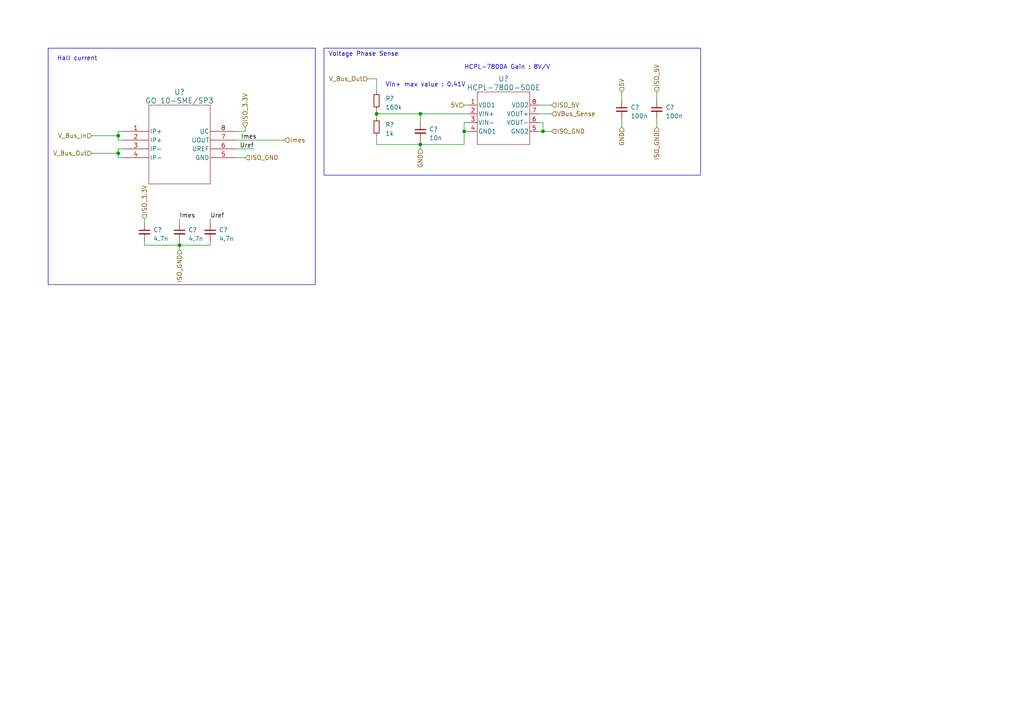
<source format=kicad_sch>
(kicad_sch (version 20230121) (generator eeschema)
  (paper "A4")
  (title_block (title "AAP Inverter") (date "2023-05-01") (company "ENSEA"))
  (lib_symbols
    (symbol "Custom:GO_10-SME" (pin_names (offset 0.254))
      (property "Reference" "U" (at 7.62 -12.7 0))
      (property "Value" "GO 10-SME/SP3" (at 0 12.7 0))
      (symbol "GO_10-SME_0_1"
        (polyline (pts (xy -8.89 -11.43) (xy 8.89 -11.43)) (stroke (width 0.127)))
        (polyline (pts (xy -8.89 11.43) (xy -8.89 -11.43)) (stroke (width 0.127)))
        (polyline (pts (xy 8.89 -11.43) (xy 8.89 11.43)) (stroke (width 0.127)))
        (polyline (pts (xy 8.89 11.43) (xy -8.89 11.43)) (stroke (width 0.127)))
        (pin input line (at -16.51 3.81 0) (length 7.62) (name "IP+") (number "1"))
        (pin input line (at -16.51 1.27 0) (length 7.62) (name "IP+") (number "2"))
        (pin output line (at 16.51 1.27 180) (length 7.62) (name "UOUT") (number "7"))
        (pin power_in line (at 16.51 3.81 180) (length 7.62) (name "UC") (number "8"))
      )
      (symbol "GO_10-SME_1_1"
        (pin passive line (at -16.51 -1.27 0) (length 7.62) (name "IP-") (number "3"))
        (pin passive line (at -16.51 -3.81 0) (length 7.62) (name "IP-") (number "4"))
        (pin power_in line (at 16.51 -3.81 180) (length 7.62) (name "GND") (number "5"))
        (pin output line (at 16.51 -1.27 180) (length 7.62) (name "UREF") (number "6"))
      )
    )
    (symbol "Custom:HCPL-7800-500E" (pin_names (offset 0.254))
      (property "Reference" "U" (at 6.35 -8.89 0))
      (property "Value" "HCPL-7800-500E" (at 0 8.89 0))
      (symbol "HCPL-7800-500E_0_1"
        (polyline (pts (xy -7.62 -7.62) (xy 7.62 -7.62)) (stroke (width 0.127)))
        (polyline (pts (xy -7.62 7.62) (xy -7.62 -7.62)) (stroke (width 0.127)))
        (polyline (pts (xy 7.62 -7.62) (xy 7.62 7.62)) (stroke (width 0.127)))
        (polyline (pts (xy 7.62 7.62) (xy -7.62 7.62)) (stroke (width 0.127)))
      )
      (symbol "HCPL-7800-500E_1_1"
        (pin power_in line (at -10.16 3.81 0) (length 2.54) (name "VDD1") (number "1"))
        (pin input line (at -10.16 1.27 0) (length 2.54) (name "VIN+") (number "2"))
        (pin input line (at -10.16 -1.27 0) (length 2.54) (name "VIN-") (number "3"))
        (pin power_in line (at -10.16 -3.81 0) (length 2.54) (name "GND1") (number "4"))
        (pin power_in line (at 10.16 -3.81 180) (length 2.54) (name "GND2") (number "5"))
        (pin passive line (at 10.16 -1.27 180) (length 2.54) (name "VOUT-") (number "6"))
        (pin passive line (at 10.16 1.27 180) (length 2.54) (name "VOUT+") (number "7"))
        (pin power_in line (at 10.16 3.81 180) (length 2.54) (name "VDD2") (number "8"))
      )
    )
    (symbol "Device:C_Small" (pin_numbers hide) (pin_names (offset 0.254) hide)
      (property "Reference" "C" (at 0.254 1.778 0))
      (property "Value" "C_Small" (at 0.254 -2.032 0))
      (symbol "C_Small_0_1"
        (polyline (pts (xy -1.524 -0.508) (xy 1.524 -0.508)) (stroke (width 0.3302)))
        (polyline (pts (xy -1.524 0.508) (xy 1.524 0.508)) (stroke (width 0.3048)))
      )
      (symbol "C_Small_1_1"
        (pin passive line (at 0 2.54 270) (length 2.032) (name "~") (number "1"))
        (pin passive line (at 0 -2.54 90) (length 2.032) (name "~") (number "2"))
      )
    )
    (symbol "Device:R_Small" (pin_numbers hide) (pin_names (offset 0.254) hide)
      (property "Reference" "R" (at 0.762 0.508 0))
      (property "Value" "R_Small" (at 0.762 -1.016 0))
      (symbol "R_Small_0_1"
        (rectangle (start -0.762 1.778) (end 0.762 -1.778) (stroke (width 0.2032)))
      )
      (symbol "R_Small_1_1"
        (pin passive line (at 0 2.54 270) (length 0.762) (name "~") (number "1"))
        (pin passive line (at 0 -2.54 90) (length 0.762) (name "~") (number "2"))
      )
    )
  )
  (junction (at 34.29 44.45))
  (junction (at 134.62 38.1))
  (junction (at 109.22 33.02))
  (junction (at 157.48 38.1))
  (junction (at 52.07 71.12))
  (junction (at 34.29 39.37))
  (junction (at 121.92 33.02))
  (junction (at 121.92 41.91))
  (wire (pts (xy 34.29 44.45) (xy 34.29 45.72)))
  (wire (pts (xy 109.22 22.86) (xy 109.22 26.67)))
  (wire (pts (xy 52.07 63.5) (xy 52.07 64.77)))
  (polyline (pts (xy 13.97 13.97) (xy 13.97 82.55)))
  (wire (pts (xy 109.22 39.37) (xy 109.22 41.91)))
  (wire (pts (xy 34.29 45.72) (xy 35.56 45.72)))
  (polyline (pts (xy 91.44 13.97) (xy 91.44 82.55)))
  (wire (pts (xy 60.96 63.5) (xy 60.96 64.77)))
  (wire (pts (xy 68.58 40.64) (xy 82.55 40.64)))
  (wire (pts (xy 121.92 33.02) (xy 135.89 33.02)))
  (wire (pts (xy 52.07 71.12) (xy 52.07 72.39)))
  (wire (pts (xy 60.96 69.85) (xy 60.96 71.12)))
  (wire (pts (xy 68.58 38.1) (xy 71.12 38.1)))
  (wire (pts (xy 121.92 41.91) (xy 121.92 43.18)))
  (wire (pts (xy 34.29 39.37) (xy 34.29 40.64)))
  (wire (pts (xy 190.5 26.67) (xy 190.5 29.21)))
  (wire (pts (xy 157.48 35.56) (xy 157.48 38.1)))
  (wire (pts (xy 121.92 41.91) (xy 134.62 41.91)))
  (wire (pts (xy 26.67 39.37) (xy 34.29 39.37)))
  (wire (pts (xy 156.21 35.56) (xy 157.48 35.56)))
  (wire (pts (xy 180.34 34.29) (xy 180.34 36.83)))
  (wire (pts (xy 156.21 38.1) (xy 157.48 38.1)))
  (wire (pts (xy 52.07 71.12) (xy 60.96 71.12)))
  (wire (pts (xy 26.67 44.45) (xy 34.29 44.45)))
  (wire (pts (xy 134.62 38.1) (xy 135.89 38.1)))
  (wire (pts (xy 109.22 31.75) (xy 109.22 33.02)))
  (wire (pts (xy 190.5 36.83) (xy 190.5 34.29)))
  (wire (pts (xy 180.34 26.67) (xy 180.34 29.21)))
  (wire (pts (xy 134.62 41.91) (xy 134.62 38.1)))
  (wire (pts (xy 160.02 30.48) (xy 156.21 30.48)))
  (wire (pts (xy 135.89 35.56) (xy 134.62 35.56)))
  (wire (pts (xy 41.91 69.85) (xy 41.91 71.12)))
  (polyline (pts (xy 13.97 13.97) (xy 91.44 13.97)))
  (wire (pts (xy 34.29 38.1) (xy 35.56 38.1)))
  (wire (pts (xy 41.91 63.5) (xy 41.91 64.77)))
  (wire (pts (xy 34.29 43.18) (xy 35.56 43.18)))
  (wire (pts (xy 135.89 30.48) (xy 134.62 30.48)))
  (wire (pts (xy 68.58 45.72) (xy 71.12 45.72)))
  (polyline (pts (xy 91.44 82.55) (xy 13.97 82.55)))
  (wire (pts (xy 34.29 44.45) (xy 34.29 43.18)))
  (wire (pts (xy 106.68 22.86) (xy 109.22 22.86)))
  (wire (pts (xy 121.92 40.64) (xy 121.92 41.91)))
  (wire (pts (xy 68.58 43.18) (xy 73.66 43.18)))
  (wire (pts (xy 109.22 33.02) (xy 109.22 34.29)))
  (wire (pts (xy 134.62 35.56) (xy 134.62 38.1)))
  (wire (pts (xy 35.56 40.64) (xy 34.29 40.64)))
  (wire (pts (xy 156.21 33.02) (xy 160.02 33.02)))
  (wire (pts (xy 109.22 41.91) (xy 121.92 41.91)))
  (wire (pts (xy 34.29 38.1) (xy 34.29 39.37)))
  (wire (pts (xy 157.48 38.1) (xy 160.02 38.1)))
  (wire (pts (xy 121.92 35.56) (xy 121.92 33.02)))
  (wire (pts (xy 52.07 69.85) (xy 52.07 71.12)))
  (wire (pts (xy 41.91 71.12) (xy 52.07 71.12)))
  (wire (pts (xy 71.12 38.1) (xy 71.12 36.83)))
  (wire (pts (xy 109.22 33.02) (xy 121.92 33.02)))
  (rectangle (start 93.98 13.97) (end 203.2 50.8))
  (text "Hall current" (at 16.51 17.78 0) (effects (font (size 1.27 1.27)) (justify left bottom)))
  (text "Vin+ max value : 0.41V" (at 111.76 25.4 0) (effects (font (size 1.27 1.27)) (justify left bottom)))
  (text "HCPL-7800A Gain : 8V/V" (at 134.62 20.32 0) (effects (font (size 1.27 1.27)) (justify left bottom)))
  (text "Voltage Phase Sense" (at 95.25 16.51 0) (effects (font (size 1.27 1.27)) (justify left bottom)))
  (label "Imes" (at 69.85 40.64 0))
  (label "Uref" (at 60.96 63.5 0))
  (label "Imes" (at 52.07 63.5 0))
  (label "Uref" (at 73.66 43.18 180))
  (hierarchical_label "V_Bus_Out" (shape input) (at 106.68 22.86 180))
  (hierarchical_label "ISO_GND" (shape input) (at 190.5 36.83 270))
  (hierarchical_label "ISO_GND" (shape input) (at 52.07 72.39 270))
  (hierarchical_label "ISO_5V" (shape input) (at 160.02 30.48 0))
  (hierarchical_label "5V" (shape input) (at 180.34 26.67 90))
  (hierarchical_label "GND" (shape input) (at 180.34 36.83 270))
  (hierarchical_label "ISO_GND" (shape input) (at 71.12 45.72 0))
  (hierarchical_label "ISO_5V" (shape input) (at 190.5 26.67 90))
  (hierarchical_label "GND" (shape input) (at 121.92 43.18 270))
  (hierarchical_label "V_Bus_In" (shape input) (at 26.67 39.37 180))
  (hierarchical_label "ISO_3.3V" (shape input) (at 71.12 36.83 90))
  (hierarchical_label "5V" (shape input) (at 134.62 30.48 180))
  (hierarchical_label "ISO_GND" (shape input) (at 160.02 38.1 0))
  (hierarchical_label "ISO_3.3V" (shape input) (at 41.91 63.5 90))
  (hierarchical_label "VBus_Sense" (shape input) (at 160.02 33.02 0))
  (hierarchical_label "Imes" (shape input) (at 82.55 40.64 0))
  (hierarchical_label "V_Bus_Out" (shape input) (at 26.67 44.45 180))
  (symbol (lib_id "Device:C_Small") (at 121.92 38.1 0) (unit 1)
    (property "Reference" "C?" (at 124.46 37.4713 0) (effects (justify left)))
    (property "Value" "10n" (at 124.46 40.0113 0) (effects (justify left)))
    (property "Footprint" "Capacitor_SMD:C_0402_1005Metric" (effects hide))
    (property "Fournisseur" "Wurth" (effects hide))
    (property "MFR" "885 012 205 050" (effects hide))
    (instances (project "Inverter_KiCAD" (path "" (reference "C?") (unit 1)) (path "" (reference "C604") (unit 1))))
  )
  (symbol (lib_id "Device:C_Small") (at 60.96 67.31 0) (unit 1)
    (property "Reference" "C?" (at 63.5 66.6813 0) (effects (justify left)))
    (property "Value" "4.7n" (at 63.5 69.2213 0) (effects (justify left)))
    (property "Footprint" "Capacitor_SMD:C_0402_1005Metric" (effects hide))
    (property "Fournisseur" "Wurth" (effects hide))
    (property "MFR" "885 012 205 048" (effects hide))
    (instances (project "Inverter_KiCAD" (path "" (reference "C?") (unit 1)) (path "" (reference "C603") (unit 1))))
  )
  (symbol (lib_id "Device:R_Small") (at 109.22 29.21 0) (unit 1)
    (property "Reference" "R?" (at 111.76 28.575 0) (effects (justify left)))
    (property "Value" "160k" (at 111.76 31.115 0) (effects (justify left)))
    (property "Footprint" "Resistor_SMD:R_0402_1005Metric" (effects hide))
    (property "Fournisseur" "Stock" (effects hide))
    (instances (project "Inverter_KiCAD" (path "" (reference "R?") (unit 1)) (path "" (reference "R601") (unit 1))))
  )
  (symbol (lib_id "Device:C_Small") (at 180.34 31.75 0) (unit 1)
    (property "Reference" "C?" (at 182.88 31.1213 0) (effects (justify left)))
    (property "Value" "100n" (at 182.88 33.6613 0) (effects (justify left)))
    (property "Footprint" "Capacitor_SMD:C_0402_1005Metric" (effects hide))
    (property "Fournisseur" "Wurth" (effects hide))
    (property "MFR" "885 012 105 018" (effects hide))
    (instances (project "Inverter_KiCAD" (path "" (reference "C?") (unit 1)) (path "" (reference "C605") (unit 1))))
  )
  (symbol (lib_id "Device:R_Small") (at 109.22 36.83 0) (unit 1)
    (property "Reference" "R?" (at 111.76 36.195 0) (effects (justify left)))
    (property "Value" "1k" (at 111.76 38.735 0) (effects (justify left)))
    (property "Footprint" "Resistor_SMD:R_0402_1005Metric" (effects hide))
    (property "Fournisseur" "Farnell" (effects hide))
    (property "MFR" "MCWR04X1001FTL" (effects hide))
    (property "Ref" "2446437" (effects hide))
    (instances (project "Inverter_KiCAD" (path "" (reference "R?") (unit 1)) (path "" (reference "R602") (unit 1))))
  )
  (symbol (lib_id "Device:C_Small") (at 52.07 67.31 0) (unit 1)
    (property "Reference" "C?" (at 54.61 66.6813 0) (effects (justify left)))
    (property "Value" "4.7n" (at 54.61 69.2213 0) (effects (justify left)))
    (property "Footprint" "Capacitor_SMD:C_0402_1005Metric" (effects hide))
    (property "Fournisseur" "Wurth" (effects hide))
    (property "MFR" "885 012 205 048" (effects hide))
    (instances (project "Inverter_KiCAD" (path "" (reference "C?") (unit 1)) (path "" (reference "C602") (unit 1))))
  )
  (symbol (lib_id "Custom:GO_10-SME") (at 52.07 41.91 0) (unit 1)
    (property "Reference" "U?" (at 52.07 26.67 0) (effects (font (size 1.524 1.524))))
    (property "Value" "GO 10-SME/SP3" (at 52.07 29.21 0) (effects (font (size 1.524 1.524))))
    (property "Footprint" "Custom:SOIC8-GO-SME&slash_SP3_LEM" (effects hide))
    (property "Datasheet" "GO 10-SME" (effects hide))
    (property "MFR" "GO 10-SME/SP3" (effects hide))
    (property "Fournisseur" "Farnell" (effects hide))
    (property "Ref" "3796461" (effects hide))
    (instances (project "Inverter_KiCAD" (path "" (reference "U?") (unit 1)) (path "" (reference "U601") (unit 1))))
  )
  (symbol (lib_id "Device:C_Small") (at 190.5 31.75 0) (unit 1)
    (property "Reference" "C?" (at 193.04 31.1213 0) (effects (justify left)))
    (property "Value" "100n" (at 193.04 33.6613 0) (effects (justify left)))
    (property "Footprint" "Capacitor_SMD:C_0402_1005Metric" (effects hide))
    (property "Fournisseur" "Wurth" (effects hide))
    (property "MFR" "885 012 105 018" (effects hide))
    (instances (project "Inverter_KiCAD" (path "" (reference "C?") (unit 1)) (path "" (reference "C606") (unit 1))))
  )
  (symbol (lib_id "Device:C_Small") (at 41.91 67.31 0) (unit 1)
    (property "Reference" "C?" (at 44.45 66.6813 0) (effects (justify left)))
    (property "Value" "4.7n" (at 44.45 69.2213 0) (effects (justify left)))
    (property "Footprint" "Capacitor_SMD:C_0402_1005Metric" (effects hide))
    (property "Fournisseur" "Wurth" (effects hide))
    (property "MFR" "885 012 205 048" (effects hide))
    (instances (project "Inverter_KiCAD" (path "" (reference "C?") (unit 1)) (path "" (reference "C601") (unit 1))))
  )
  (symbol (lib_id "Custom:HCPL-7800-500E") (at 146.05 34.29 0) (unit 1)
    (property "Reference" "U?" (at 146.05 22.86 0) (effects (font (size 1.524 1.524))))
    (property "Value" "HCPL-7800-500E" (at 146.05 25.4 0) (effects (font (size 1.524 1.524))))
    (property "Footprint" "Custom:DIP-8 Gull Wing" (effects hide))
    (property "Fournisseur" "RS" (effects hide))
    (property "MFR" "HCPL-7800A-500E" (effects hide))
    (property "Ref" "174-4179" (effects hide))
    (instances (project "Inverter_KiCAD" (path "" (reference "U?") (unit 1)) (path "" (reference "U?") (unit 1)) (path "" (reference "U?") (unit 1)) (path "" (reference "U602") (unit 1))))
  )
)
</source>
